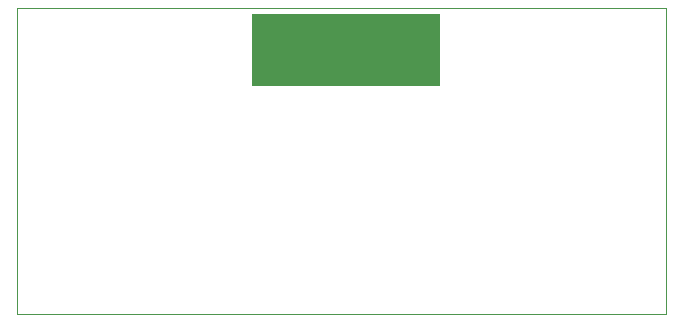
<source format=gko>
G04*
G04 #@! TF.GenerationSoftware,Altium Limited,Altium Designer,19.1.6 (110)*
G04*
G04 Layer_Color=16711935*
%FSLAX25Y25*%
%MOIN*%
G70*
G01*
G75*
%ADD64C,0.00394*%
%ADD65R,0.62992X0.24016*%
D64*
X319000Y371500D02*
X535500D01*
Y269500D02*
Y371500D01*
X319000Y269500D02*
X535500D01*
X319000D02*
Y371500D01*
D65*
X428622Y357551D02*
D03*
D03*
M02*

</source>
